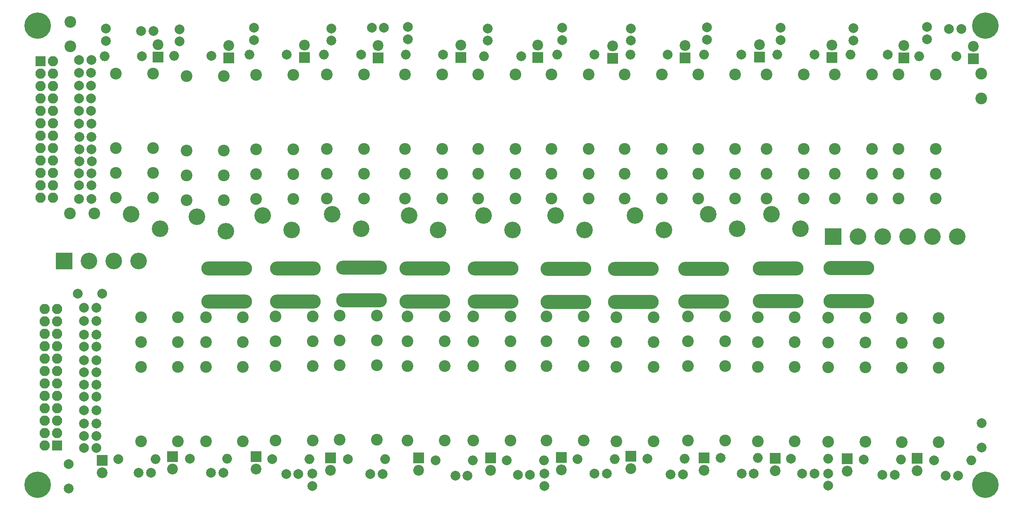
<source format=gbr>
G04 #@! TF.FileFunction,Soldermask,Top*
%FSLAX46Y46*%
G04 Gerber Fmt 4.6, Leading zero omitted, Abs format (unit mm)*
G04 Created by KiCad (PCBNEW 4.0.7) date 11/24/19 00:27:14*
%MOMM*%
%LPD*%
G01*
G04 APERTURE LIST*
%ADD10C,0.100000*%
%ADD11C,2.400000*%
%ADD12R,2.200000X2.200000*%
%ADD13C,2.200000*%
%ADD14C,2.000000*%
%ADD15C,5.400000*%
%ADD16O,2.000000X2.000000*%
%ADD17R,2.100000X2.100000*%
%ADD18O,2.100000X2.100000*%
%ADD19C,3.400000*%
%ADD20R,3.400000X3.400000*%
%ADD21O,10.400000X2.900000*%
%ADD22C,2.100000*%
G04 APERTURE END LIST*
D10*
D11*
X180400000Y-118100000D03*
X180400000Y-102860000D03*
X180400000Y-92700000D03*
X180400000Y-97780000D03*
X188000000Y-118100000D03*
X188000000Y-97780000D03*
X188000000Y-102860000D03*
X188000000Y-92700000D03*
X137200000Y-118000000D03*
X137200000Y-102760000D03*
X137200000Y-92600000D03*
X137200000Y-97680000D03*
X144800000Y-118000000D03*
X144800000Y-97680000D03*
X144800000Y-102760000D03*
X144800000Y-92600000D03*
X54150000Y-118100000D03*
X54150000Y-102860000D03*
X54150000Y-92700000D03*
X54150000Y-97780000D03*
X61750000Y-118100000D03*
X61750000Y-97780000D03*
X61750000Y-102860000D03*
X61750000Y-92700000D03*
D12*
X140200000Y-121400000D03*
D13*
X140200000Y-123940000D03*
D14*
X41500000Y-40100000D03*
X44000000Y-40100000D03*
X41450000Y-42700000D03*
X43950000Y-42700000D03*
X41450000Y-45300000D03*
X43950000Y-45300000D03*
X41450000Y-47950000D03*
X43950000Y-47950000D03*
X41450000Y-50500000D03*
X43950000Y-50500000D03*
X41500000Y-53100000D03*
X44000000Y-53100000D03*
X41540000Y-55790000D03*
X44040000Y-55790000D03*
X41560000Y-58340000D03*
X44060000Y-58340000D03*
X41600000Y-60830000D03*
X44100000Y-60830000D03*
X41500000Y-63250000D03*
X44000000Y-63250000D03*
D11*
X226150000Y-47900000D03*
X226150000Y-42900000D03*
D14*
X41500000Y-65750000D03*
X44000000Y-65750000D03*
X42500000Y-90750000D03*
X45000000Y-90750000D03*
X185100000Y-36000000D03*
X185100000Y-33500000D03*
X170000000Y-35900000D03*
X170000000Y-33400000D03*
X154400000Y-36100000D03*
X154400000Y-33600000D03*
X140400000Y-36000000D03*
X140400000Y-33500000D03*
X125100000Y-36100000D03*
X125100000Y-33600000D03*
X108800000Y-35800000D03*
X108800000Y-33300000D03*
X93100000Y-36100000D03*
X93100000Y-33600000D03*
X77300000Y-36000000D03*
X77300000Y-33500000D03*
X62100000Y-36300000D03*
X62100000Y-33800000D03*
X47000000Y-36150000D03*
X47000000Y-33650000D03*
D11*
X39675000Y-32250000D03*
X39675000Y-37250000D03*
X39650000Y-71500000D03*
X44650000Y-71500000D03*
D14*
X41500000Y-68500000D03*
X44000000Y-68500000D03*
X54200000Y-34150000D03*
X56700000Y-34150000D03*
X219550000Y-33750000D03*
X222050000Y-33750000D03*
X101400000Y-33450000D03*
X103900000Y-33450000D03*
X215050000Y-35800000D03*
X215050000Y-33300000D03*
X199950000Y-36050000D03*
X199950000Y-33550000D03*
D12*
X57650000Y-39450000D03*
D13*
X57650000Y-36910000D03*
D12*
X72100000Y-39650000D03*
D13*
X72100000Y-37110000D03*
D12*
X87600000Y-39550000D03*
D13*
X87600000Y-37010000D03*
D12*
X102700000Y-39650000D03*
D13*
X102700000Y-37110000D03*
D12*
X119600000Y-39600000D03*
D13*
X119600000Y-37060000D03*
D12*
X135400000Y-39550000D03*
D13*
X135400000Y-37010000D03*
D12*
X150700000Y-39700000D03*
D13*
X150700000Y-37160000D03*
D12*
X165550000Y-39650000D03*
D13*
X165550000Y-37110000D03*
D12*
X180800000Y-39450000D03*
D13*
X180800000Y-36910000D03*
D12*
X195550000Y-39550000D03*
D13*
X195550000Y-37010000D03*
D12*
X224520000Y-39810000D03*
D13*
X224520000Y-37270000D03*
D12*
X210310000Y-39620000D03*
D13*
X210310000Y-37080000D03*
D15*
X33000000Y-33000000D03*
X33000000Y-127000000D03*
X227000000Y-33000000D03*
X227000000Y-127000000D03*
D14*
X54350000Y-39300000D03*
D16*
X46730000Y-39300000D03*
D14*
X68600000Y-39250000D03*
D16*
X60980000Y-39250000D03*
D14*
X84000000Y-39000000D03*
D16*
X76380000Y-39000000D03*
D14*
X99250000Y-39000000D03*
D16*
X91630000Y-39000000D03*
D14*
X116000000Y-39000000D03*
D16*
X108380000Y-39000000D03*
D14*
X132000000Y-39300000D03*
D16*
X124380000Y-39300000D03*
D14*
X147000000Y-39000000D03*
D16*
X139380000Y-39000000D03*
D14*
X162000000Y-39000000D03*
D16*
X154380000Y-39000000D03*
D14*
X177000000Y-39000000D03*
D16*
X169380000Y-39000000D03*
D14*
X192000000Y-39000000D03*
D16*
X184380000Y-39000000D03*
D14*
X207000000Y-39000000D03*
D16*
X199380000Y-39000000D03*
D14*
X221090000Y-39320000D03*
D16*
X213470000Y-39320000D03*
D11*
X56632000Y-42832000D03*
X56632000Y-58072000D03*
X56632000Y-68232000D03*
X56632000Y-63152000D03*
X49032000Y-42832000D03*
X49032000Y-63152000D03*
X49032000Y-58072000D03*
X49032000Y-68232000D03*
X71110000Y-43340000D03*
X71110000Y-58580000D03*
X71110000Y-68740000D03*
X71110000Y-63660000D03*
X63510000Y-43340000D03*
X63510000Y-63660000D03*
X63510000Y-58580000D03*
X63510000Y-68740000D03*
X85334000Y-43086000D03*
X85334000Y-58326000D03*
X85334000Y-68486000D03*
X85334000Y-63406000D03*
X77734000Y-43086000D03*
X77734000Y-63406000D03*
X77734000Y-58326000D03*
X77734000Y-68486000D03*
X99800000Y-43000000D03*
X99800000Y-58240000D03*
X99800000Y-68400000D03*
X99800000Y-63320000D03*
X92200000Y-43000000D03*
X92200000Y-63320000D03*
X92200000Y-58240000D03*
X92200000Y-68400000D03*
X115800000Y-43000000D03*
X115800000Y-58240000D03*
X115800000Y-68400000D03*
X115800000Y-63320000D03*
X108200000Y-43000000D03*
X108200000Y-63320000D03*
X108200000Y-58240000D03*
X108200000Y-68400000D03*
X130800000Y-43000000D03*
X130800000Y-58240000D03*
X130800000Y-68400000D03*
X130800000Y-63320000D03*
X123200000Y-43000000D03*
X123200000Y-63320000D03*
X123200000Y-58240000D03*
X123200000Y-68400000D03*
X145800000Y-43000000D03*
X145800000Y-58240000D03*
X145800000Y-68400000D03*
X145800000Y-63320000D03*
X138200000Y-43000000D03*
X138200000Y-63320000D03*
X138200000Y-58240000D03*
X138200000Y-68400000D03*
X160800000Y-43000000D03*
X160800000Y-58240000D03*
X160800000Y-68400000D03*
X160800000Y-63320000D03*
X153200000Y-43000000D03*
X153200000Y-63320000D03*
X153200000Y-58240000D03*
X153200000Y-68400000D03*
X175800000Y-43000000D03*
X175800000Y-58240000D03*
X175800000Y-68400000D03*
X175800000Y-63320000D03*
X168200000Y-43000000D03*
X168200000Y-63320000D03*
X168200000Y-58240000D03*
X168200000Y-68400000D03*
X189800000Y-43000000D03*
X189800000Y-58240000D03*
X189800000Y-68400000D03*
X189800000Y-63320000D03*
X182200000Y-43000000D03*
X182200000Y-63320000D03*
X182200000Y-58240000D03*
X182200000Y-68400000D03*
X203800000Y-43000000D03*
X203800000Y-58240000D03*
X203800000Y-68400000D03*
X203800000Y-63320000D03*
X196200000Y-43000000D03*
X196200000Y-63320000D03*
X196200000Y-58240000D03*
X196200000Y-68400000D03*
X216800000Y-43000000D03*
X216800000Y-58240000D03*
X216800000Y-68400000D03*
X216800000Y-63320000D03*
X209200000Y-43000000D03*
X209200000Y-63320000D03*
X209200000Y-58240000D03*
X209200000Y-68400000D03*
D17*
X33600000Y-40300000D03*
D18*
X36140000Y-40300000D03*
X33600000Y-42840000D03*
X36140000Y-42840000D03*
X33600000Y-45380000D03*
X36140000Y-45380000D03*
X33600000Y-47920000D03*
X36140000Y-47920000D03*
X33600000Y-50460000D03*
X36140000Y-50460000D03*
X33600000Y-53000000D03*
X36140000Y-53000000D03*
X33600000Y-55540000D03*
X36140000Y-55540000D03*
X33600000Y-58080000D03*
X36140000Y-58080000D03*
X33600000Y-60620000D03*
X36140000Y-60620000D03*
X33600000Y-63160000D03*
X36140000Y-63160000D03*
X33600000Y-65700000D03*
X36140000Y-65700000D03*
X33600000Y-68240000D03*
X36140000Y-68240000D03*
D14*
X42500000Y-93500000D03*
X45000000Y-93500000D03*
X42500000Y-96250000D03*
X45000000Y-96250000D03*
X42500000Y-98750000D03*
X45000000Y-98750000D03*
X42500000Y-101500000D03*
X45000000Y-101500000D03*
X42500000Y-104000000D03*
X45000000Y-104000000D03*
X42500000Y-106500000D03*
X45000000Y-106500000D03*
X42500000Y-109000000D03*
X45000000Y-109000000D03*
X42500000Y-111750000D03*
X45000000Y-111750000D03*
X42500000Y-114500000D03*
X45000000Y-114500000D03*
X42500000Y-117000000D03*
X45000000Y-117000000D03*
X42500000Y-119500000D03*
X45000000Y-119500000D03*
X89250000Y-127250000D03*
X89250000Y-124750000D03*
X194800000Y-127200000D03*
X194800000Y-124700000D03*
X136750000Y-127250000D03*
X136750000Y-124750000D03*
X46250000Y-87900000D03*
X41250000Y-87900000D03*
X226250000Y-114400000D03*
X226250000Y-119400000D03*
X39400000Y-127800000D03*
X39400000Y-122800000D03*
X221400000Y-125200000D03*
X218900000Y-125200000D03*
X208450000Y-124950000D03*
X205950000Y-124950000D03*
X192000000Y-124750000D03*
X189500000Y-124750000D03*
X179600000Y-124700000D03*
X177100000Y-124700000D03*
X165100000Y-124900000D03*
X162600000Y-124900000D03*
X149500000Y-124750000D03*
X147000000Y-124750000D03*
X133800000Y-125000000D03*
X131300000Y-125000000D03*
X121000000Y-125200000D03*
X118500000Y-125200000D03*
X103600000Y-124800000D03*
X101100000Y-124800000D03*
X86400000Y-124800000D03*
X83900000Y-124800000D03*
X71000000Y-124600000D03*
X68500000Y-124600000D03*
X56200000Y-124600000D03*
X53700000Y-124600000D03*
D12*
X213050000Y-121600000D03*
D13*
X213050000Y-124140000D03*
D12*
X198700000Y-121650000D03*
D13*
X198700000Y-124190000D03*
D12*
X184000000Y-121600000D03*
D13*
X184000000Y-124140000D03*
D12*
X169400000Y-121500000D03*
D13*
X169400000Y-124040000D03*
D12*
X154400000Y-121200000D03*
D13*
X154400000Y-123740000D03*
D12*
X125750000Y-121500000D03*
D13*
X125750000Y-124040000D03*
D12*
X111000000Y-121500000D03*
D13*
X111000000Y-124040000D03*
D12*
X93000000Y-121500000D03*
D13*
X93000000Y-124040000D03*
D12*
X77750000Y-121250000D03*
D13*
X77750000Y-123790000D03*
D12*
X60617100Y-121272300D03*
D13*
X60617100Y-123812300D03*
D12*
X46250000Y-122000000D03*
D13*
X46250000Y-124540000D03*
D17*
X37000000Y-119000000D03*
D18*
X34460000Y-119000000D03*
X37000000Y-116460000D03*
X34460000Y-116460000D03*
X37000000Y-113920000D03*
X34460000Y-113920000D03*
X37000000Y-111380000D03*
X34460000Y-111380000D03*
X37000000Y-108840000D03*
X34460000Y-108840000D03*
X37000000Y-106300000D03*
X34460000Y-106300000D03*
X37000000Y-103760000D03*
X34460000Y-103760000D03*
X37000000Y-101220000D03*
X34460000Y-101220000D03*
X37000000Y-98680000D03*
X34460000Y-98680000D03*
X37000000Y-96140000D03*
X34460000Y-96140000D03*
X37000000Y-93600000D03*
X34460000Y-93600000D03*
X37000000Y-91060000D03*
X34460000Y-91060000D03*
D14*
X216450000Y-122000000D03*
D16*
X224070000Y-122000000D03*
D14*
X202100000Y-121850000D03*
D16*
X209720000Y-121850000D03*
D14*
X187200000Y-121650000D03*
D16*
X194820000Y-121650000D03*
D14*
X172800000Y-121500000D03*
D16*
X180420000Y-121500000D03*
D14*
X157800000Y-121700000D03*
D16*
X165420000Y-121700000D03*
D14*
X143500000Y-121750000D03*
D16*
X151120000Y-121750000D03*
D14*
X129000000Y-122000000D03*
D16*
X136620000Y-122000000D03*
D14*
X114500000Y-122000000D03*
D16*
X122120000Y-122000000D03*
D14*
X96500000Y-121750000D03*
D16*
X104120000Y-121750000D03*
D14*
X81000000Y-121750000D03*
D16*
X88620000Y-121750000D03*
D14*
X64178180Y-121678700D03*
D16*
X71798180Y-121678700D03*
D14*
X49500000Y-121750000D03*
D16*
X57120000Y-121750000D03*
D11*
X67450000Y-118150000D03*
X67450000Y-102910000D03*
X67450000Y-92750000D03*
X67450000Y-97830000D03*
X75050000Y-118150000D03*
X75050000Y-97830000D03*
X75050000Y-102910000D03*
X75050000Y-92750000D03*
X81700000Y-117950000D03*
X81700000Y-102710000D03*
X81700000Y-92550000D03*
X81700000Y-97630000D03*
X89300000Y-117950000D03*
X89300000Y-97630000D03*
X89300000Y-102710000D03*
X89300000Y-92550000D03*
X94850000Y-117800000D03*
X94850000Y-102560000D03*
X94850000Y-92400000D03*
X94850000Y-97480000D03*
X102450000Y-117800000D03*
X102450000Y-97480000D03*
X102450000Y-102560000D03*
X102450000Y-92400000D03*
X108700000Y-118000000D03*
X108700000Y-102760000D03*
X108700000Y-92600000D03*
X108700000Y-97680000D03*
X116300000Y-118000000D03*
X116300000Y-97680000D03*
X116300000Y-102760000D03*
X116300000Y-92600000D03*
X122200000Y-118000000D03*
X122200000Y-102760000D03*
X122200000Y-92600000D03*
X122200000Y-97680000D03*
X129800000Y-118000000D03*
X129800000Y-97680000D03*
X129800000Y-102760000D03*
X129800000Y-92600000D03*
X151500000Y-118100000D03*
X151500000Y-102860000D03*
X151500000Y-92700000D03*
X151500000Y-97780000D03*
X159100000Y-118100000D03*
X159100000Y-97780000D03*
X159100000Y-102860000D03*
X159100000Y-92700000D03*
X166100000Y-117950000D03*
X166100000Y-102710000D03*
X166100000Y-92550000D03*
X166100000Y-97630000D03*
X173700000Y-117950000D03*
X173700000Y-97630000D03*
X173700000Y-102710000D03*
X173700000Y-92550000D03*
X194850000Y-118200000D03*
X194850000Y-102960000D03*
X194850000Y-92800000D03*
X194850000Y-97880000D03*
X202450000Y-118200000D03*
X202450000Y-97880000D03*
X202450000Y-102960000D03*
X202450000Y-92800000D03*
X209850000Y-118300000D03*
X209850000Y-103060000D03*
X209850000Y-92900000D03*
X209850000Y-97980000D03*
X217450000Y-118300000D03*
X217450000Y-97980000D03*
X217450000Y-103060000D03*
X217450000Y-92900000D03*
D19*
X200880000Y-76200000D03*
X205960000Y-76200000D03*
D20*
X195800000Y-76200000D03*
D19*
X211040000Y-76200000D03*
X216120000Y-76200000D03*
X221200000Y-76200000D03*
X124254000Y-71906000D03*
X130254000Y-74906000D03*
X52118000Y-71652000D03*
X58118000Y-74652000D03*
X138986000Y-71906000D03*
X144986000Y-74906000D03*
X65580000Y-72160000D03*
X71580000Y-75160000D03*
X155242000Y-71906000D03*
X161242000Y-74906000D03*
X79042000Y-71906000D03*
X85042000Y-74906000D03*
X93266000Y-71652000D03*
X99266000Y-74652000D03*
X170228000Y-71652000D03*
X176228000Y-74652000D03*
X183182000Y-71652000D03*
X189182000Y-74652000D03*
X109014000Y-71906000D03*
X115014000Y-74906000D03*
D21*
X126250000Y-82750000D03*
X126250000Y-89500000D03*
D22*
X123254000Y-89492000D03*
X126254000Y-89492000D03*
X129254000Y-89492000D03*
X123254000Y-82639000D03*
X126254000Y-82639000D03*
X129254000Y-82639000D03*
D21*
X126250000Y-89500000D03*
X126250000Y-82750000D03*
X199050000Y-82650000D03*
X199050000Y-89400000D03*
D22*
X196054000Y-89392000D03*
X199054000Y-89392000D03*
X202054000Y-89392000D03*
X196054000Y-82539000D03*
X199054000Y-82539000D03*
X202054000Y-82539000D03*
D21*
X199050000Y-89400000D03*
X199050000Y-82650000D03*
X184600000Y-82700000D03*
X184600000Y-89450000D03*
D22*
X181604000Y-89442000D03*
X184604000Y-89442000D03*
X187604000Y-89442000D03*
X181604000Y-82589000D03*
X184604000Y-82589000D03*
X187604000Y-82589000D03*
D21*
X184600000Y-89450000D03*
X184600000Y-82700000D03*
X112250000Y-82750000D03*
X112250000Y-89500000D03*
D22*
X109254000Y-89492000D03*
X112254000Y-89492000D03*
X115254000Y-89492000D03*
X109254000Y-82639000D03*
X112254000Y-82639000D03*
X115254000Y-82639000D03*
D21*
X112250000Y-89500000D03*
X112250000Y-82750000D03*
X99350000Y-82550000D03*
X99350000Y-89300000D03*
D22*
X96354000Y-89292000D03*
X99354000Y-89292000D03*
X102354000Y-89292000D03*
X96354000Y-82439000D03*
X99354000Y-82439000D03*
X102354000Y-82439000D03*
D21*
X99350000Y-89300000D03*
X99350000Y-82550000D03*
X169350000Y-82800000D03*
X169350000Y-89550000D03*
D22*
X166354000Y-89542000D03*
X169354000Y-89542000D03*
X172354000Y-89542000D03*
X166354000Y-82689000D03*
X169354000Y-82689000D03*
X172354000Y-82689000D03*
D21*
X169350000Y-89550000D03*
X169350000Y-82800000D03*
X85750000Y-82750000D03*
X85750000Y-89500000D03*
D22*
X82754000Y-89492000D03*
X85754000Y-89492000D03*
X88754000Y-89492000D03*
X82754000Y-82639000D03*
X85754000Y-82639000D03*
X88754000Y-82639000D03*
D21*
X85750000Y-89500000D03*
X85750000Y-82750000D03*
X154950000Y-82850000D03*
X154950000Y-89600000D03*
D22*
X151954000Y-89592000D03*
X154954000Y-89592000D03*
X157954000Y-89592000D03*
X151954000Y-82739000D03*
X154954000Y-82739000D03*
X157954000Y-82739000D03*
D21*
X154950000Y-89600000D03*
X154950000Y-82850000D03*
X141150000Y-82850000D03*
X141150000Y-89600000D03*
D22*
X138154000Y-89592000D03*
X141154000Y-89592000D03*
X144154000Y-89592000D03*
X138154000Y-82739000D03*
X141154000Y-82739000D03*
X144154000Y-82739000D03*
D21*
X141150000Y-89600000D03*
X141150000Y-82850000D03*
X71750000Y-82750000D03*
X71750000Y-89500000D03*
D22*
X68754000Y-89492000D03*
X71754000Y-89492000D03*
X74754000Y-89492000D03*
X68754000Y-82639000D03*
X71754000Y-82639000D03*
X74754000Y-82639000D03*
D21*
X71750000Y-89500000D03*
X71750000Y-82750000D03*
D19*
X43530000Y-81250000D03*
X48610000Y-81250000D03*
D20*
X38450000Y-81250000D03*
D19*
X53690000Y-81250000D03*
M02*

</source>
